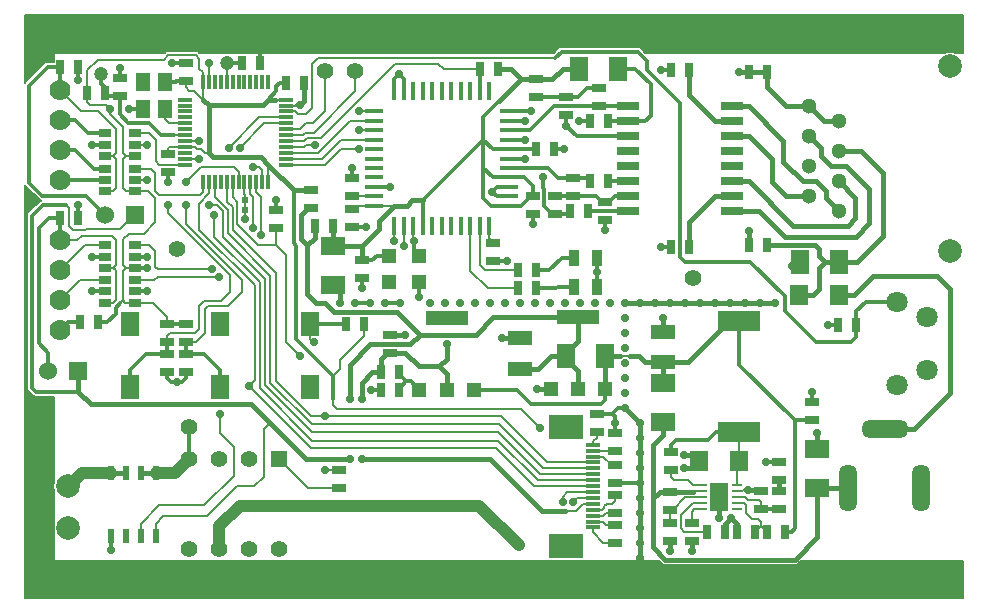
<source format=gtl>
G04 (created by PCBNEW (2013-mar-13)-stable) date Mon 23 Mar 2015 11:07:48 AM CET*
%MOIN*%
G04 Gerber Fmt 3.4, Leading zero omitted, Abs format*
%FSLAX34Y34*%
G01*
G70*
G90*
G04 APERTURE LIST*
%ADD10C,0.005906*%
%ADD11R,0.074800X0.031500*%
%ADD12R,0.025000X0.045000*%
%ADD13R,0.060000X0.016000*%
%ADD14R,0.016000X0.060000*%
%ADD15R,0.045000X0.025000*%
%ADD16R,0.060000X0.080000*%
%ADD17R,0.080000X0.060000*%
%ADD18R,0.035000X0.055000*%
%ADD19R,0.048800X0.050800*%
%ADD20O,0.157480X0.060000*%
%ADD21O,0.060000X0.157480*%
%ADD22R,0.140200X0.070100*%
%ADD23R,0.059843X0.070866*%
%ADD24R,0.078700X0.047200*%
%ADD25C,0.070000*%
%ADD26R,0.047200X0.011800*%
%ADD27R,0.011800X0.047200*%
%ADD28R,0.064961X0.094488*%
%ADD29R,0.033465X0.011024*%
%ADD30R,0.118110X0.078740*%
%ADD31R,0.049213X0.011811*%
%ADD32R,0.047200X0.047200*%
%ADD33R,0.141700X0.047200*%
%ADD34R,0.051181X0.059055*%
%ADD35R,0.039400X0.027600*%
%ADD36R,0.023600X0.019700*%
%ADD37C,0.047200*%
%ADD38R,0.059055X0.078740*%
%ADD39C,0.055100*%
%ADD40R,0.060000X0.060000*%
%ADD41C,0.060000*%
%ADD42C,0.051181*%
%ADD43C,0.078740*%
%ADD44C,0.070866*%
%ADD45R,0.020000X0.045000*%
%ADD46R,0.055000X0.055000*%
%ADD47C,0.055000*%
%ADD48C,0.028000*%
%ADD49C,0.008000*%
%ADD50C,0.012000*%
%ADD51C,0.016000*%
%ADD52C,0.040000*%
%ADD53C,0.006000*%
G04 APERTURE END LIST*
G54D10*
G54D11*
X59616Y-34180D03*
X59616Y-34680D03*
X59616Y-35180D03*
X59616Y-33680D03*
X59616Y-35680D03*
X59616Y-33180D03*
X59616Y-32680D03*
X59616Y-36180D03*
X63064Y-32680D03*
X63064Y-36180D03*
X63064Y-35680D03*
X63064Y-35180D03*
X63064Y-34680D03*
X63064Y-34180D03*
X63064Y-33680D03*
X63064Y-33180D03*
G54D12*
X61040Y-37380D03*
X61640Y-37380D03*
X61640Y-31480D03*
X61040Y-31480D03*
X63640Y-37305D03*
X64240Y-37305D03*
X63640Y-31550D03*
X64240Y-31550D03*
G54D13*
X51140Y-34430D03*
X51140Y-34745D03*
X51140Y-35060D03*
X51140Y-35375D03*
X51140Y-35690D03*
X51140Y-36005D03*
X51140Y-34115D03*
X51140Y-33800D03*
X51140Y-33485D03*
X51140Y-33170D03*
X51140Y-32855D03*
X55640Y-34430D03*
X55640Y-34745D03*
X55640Y-35060D03*
X55640Y-35375D03*
X55640Y-35690D03*
X55640Y-36005D03*
X55640Y-34115D03*
X55640Y-33800D03*
X55640Y-33485D03*
X55640Y-33170D03*
X55640Y-32855D03*
G54D14*
X53390Y-36680D03*
X53390Y-32180D03*
X53705Y-36680D03*
X53705Y-32180D03*
X54020Y-32180D03*
X54020Y-36680D03*
X54335Y-36680D03*
X54335Y-32180D03*
X54650Y-32180D03*
X54650Y-36680D03*
X54965Y-36680D03*
X54965Y-32180D03*
X53075Y-32180D03*
X53075Y-36680D03*
X52760Y-36680D03*
X52760Y-32180D03*
X52445Y-32180D03*
X52445Y-36680D03*
X52130Y-36680D03*
X52130Y-32180D03*
X51815Y-32180D03*
X51815Y-36680D03*
G54D12*
X58320Y-35180D03*
X58920Y-35180D03*
X57660Y-36180D03*
X58260Y-36180D03*
G54D15*
X50410Y-35690D03*
X50410Y-35090D03*
X58820Y-35880D03*
X58820Y-36480D03*
G54D12*
X58920Y-33180D03*
X58320Y-33180D03*
G54D15*
X58620Y-32690D03*
X58620Y-32090D03*
X57540Y-32390D03*
X57540Y-32990D03*
X55110Y-37240D03*
X55110Y-37840D03*
X57760Y-35690D03*
X57760Y-35090D03*
X57160Y-36280D03*
X57160Y-35680D03*
G54D16*
X57970Y-31430D03*
X59270Y-31430D03*
G54D15*
X56540Y-32390D03*
X56540Y-31790D03*
X50410Y-36100D03*
X50410Y-36700D03*
G54D12*
X56520Y-34120D03*
X57120Y-34120D03*
G54D15*
X56420Y-35680D03*
X56420Y-36280D03*
G54D17*
X49750Y-37350D03*
X49750Y-38650D03*
G54D12*
X55250Y-31460D03*
X54650Y-31460D03*
G54D15*
X50720Y-37810D03*
X50720Y-38410D03*
G54D18*
X57815Y-38710D03*
X58565Y-38710D03*
X57815Y-37730D03*
X58565Y-37730D03*
G54D12*
X49150Y-36670D03*
X49750Y-36670D03*
X55940Y-38160D03*
X56540Y-38160D03*
X56540Y-38760D03*
X55940Y-38760D03*
G54D19*
X51630Y-38553D03*
X52630Y-38553D03*
X52630Y-37667D03*
X51630Y-37667D03*
G54D20*
X68154Y-43446D03*
G54D21*
X66934Y-45415D03*
X69375Y-45415D03*
G54D22*
X63315Y-43555D03*
X63315Y-39855D03*
G54D23*
X66644Y-38990D03*
X65305Y-38990D03*
G54D16*
X66625Y-37890D03*
X65325Y-37890D03*
G54D23*
X63314Y-44525D03*
X61975Y-44525D03*
G54D17*
X65910Y-45420D03*
X65910Y-44120D03*
G54D24*
X60750Y-41222D03*
X60750Y-40198D03*
G54D15*
X64630Y-46120D03*
X64630Y-45520D03*
X64030Y-46120D03*
X64030Y-45520D03*
X60990Y-45530D03*
X60990Y-46130D03*
X60990Y-46570D03*
X60990Y-47170D03*
G54D12*
X62230Y-46870D03*
X62830Y-46870D03*
G54D15*
X61030Y-44820D03*
X61030Y-44220D03*
X65730Y-43150D03*
X65730Y-42550D03*
G54D24*
X56010Y-41432D03*
X56010Y-40408D03*
G54D25*
X40675Y-35155D03*
X40675Y-34155D03*
X40675Y-33155D03*
X40675Y-32155D03*
G54D26*
X44847Y-32467D03*
X44847Y-32664D03*
X44847Y-32861D03*
X44847Y-33058D03*
X44847Y-33255D03*
X44847Y-33452D03*
X44847Y-33648D03*
X44847Y-33845D03*
X44847Y-34042D03*
X44847Y-34239D03*
X44847Y-34436D03*
X44847Y-34633D03*
G54D27*
X45437Y-35223D03*
X45634Y-35223D03*
X45831Y-35223D03*
X46028Y-35223D03*
X46225Y-35223D03*
X46422Y-35223D03*
X46618Y-35223D03*
X46815Y-35223D03*
X47012Y-35223D03*
X47209Y-35223D03*
X47406Y-35223D03*
X47603Y-35223D03*
G54D26*
X48193Y-34633D03*
X48193Y-34436D03*
X48193Y-34239D03*
X48193Y-34042D03*
X48193Y-33845D03*
X48193Y-33648D03*
X48193Y-33452D03*
X48193Y-33255D03*
X48193Y-33058D03*
X48193Y-32861D03*
X48193Y-32664D03*
X48193Y-32467D03*
G54D27*
X47603Y-31877D03*
X47406Y-31877D03*
X47209Y-31877D03*
X47012Y-31877D03*
X46815Y-31877D03*
X46618Y-31877D03*
X46422Y-31877D03*
X46225Y-31877D03*
X46028Y-31877D03*
X45831Y-31877D03*
X45634Y-31877D03*
X45437Y-31877D03*
G54D15*
X49030Y-36080D03*
X49030Y-35480D03*
G54D28*
X62640Y-45720D03*
G54D29*
X62059Y-45326D03*
X62059Y-45523D03*
X62059Y-45720D03*
X62059Y-45916D03*
X62059Y-46113D03*
X63220Y-46113D03*
X63220Y-45916D03*
X63220Y-45720D03*
X63220Y-45523D03*
X63220Y-45326D03*
G54D12*
X64830Y-46870D03*
X64230Y-46870D03*
G54D15*
X61730Y-46570D03*
X61730Y-47170D03*
G54D12*
X63830Y-46870D03*
X63230Y-46870D03*
G54D15*
X64630Y-45130D03*
X64630Y-44530D03*
G54D17*
X60750Y-43200D03*
X60750Y-41900D03*
G54D30*
X57520Y-43365D03*
X57520Y-47334D03*
G54D31*
X58435Y-46727D03*
X58435Y-46531D03*
X58435Y-46334D03*
X58435Y-46137D03*
X58435Y-45940D03*
X58435Y-45743D03*
X58435Y-45546D03*
X58435Y-45350D03*
X58435Y-45153D03*
X58435Y-44956D03*
X58435Y-44759D03*
X58435Y-44562D03*
X58435Y-44365D03*
X58435Y-44168D03*
X58435Y-43972D03*
G54D15*
X58550Y-43540D03*
X58550Y-42940D03*
X59150Y-46230D03*
X59150Y-45630D03*
X59150Y-47230D03*
X59150Y-46630D03*
X59150Y-44170D03*
X59150Y-43570D03*
X59150Y-44640D03*
X59150Y-45240D03*
G54D16*
X58840Y-41000D03*
X57540Y-41000D03*
G54D32*
X57940Y-42121D03*
X57034Y-42121D03*
X58846Y-42121D03*
G54D33*
X57940Y-39719D03*
G54D15*
X42650Y-32340D03*
X42650Y-31740D03*
G54D12*
X41570Y-32240D03*
X42170Y-32240D03*
X46720Y-31250D03*
X47320Y-31250D03*
G54D34*
X43445Y-31867D03*
X43445Y-32772D03*
X44174Y-32772D03*
X44174Y-31867D03*
G54D35*
X42150Y-34345D03*
X42150Y-33970D03*
X42150Y-33595D03*
X43150Y-33595D03*
X43150Y-33970D03*
X43150Y-34345D03*
X42150Y-35525D03*
X42150Y-35150D03*
X42150Y-34775D03*
X43150Y-34775D03*
X43150Y-35150D03*
X43150Y-35525D03*
G54D15*
X44250Y-34280D03*
X44250Y-34880D03*
G54D12*
X40680Y-31370D03*
X41280Y-31370D03*
G54D36*
X46820Y-35823D03*
X46820Y-36137D03*
G54D37*
X46230Y-31250D03*
X42040Y-31600D03*
G54D15*
X44850Y-31850D03*
X44850Y-31250D03*
G54D38*
X43000Y-39937D03*
X43000Y-42062D03*
X46000Y-39937D03*
X46000Y-42062D03*
X49000Y-42062D03*
X49000Y-39937D03*
G54D39*
X50500Y-31500D03*
X49500Y-31500D03*
G54D25*
X40675Y-40155D03*
X40675Y-39155D03*
X40675Y-38155D03*
X40675Y-37155D03*
G54D35*
X42150Y-38075D03*
X42150Y-37700D03*
X42150Y-37325D03*
X43150Y-37325D03*
X43150Y-37700D03*
X43150Y-38075D03*
X42150Y-39235D03*
X42150Y-38860D03*
X42150Y-38485D03*
X43150Y-38485D03*
X43150Y-38860D03*
X43150Y-39235D03*
G54D12*
X40680Y-36410D03*
X41280Y-36410D03*
G54D15*
X51670Y-40910D03*
X51670Y-40310D03*
G54D12*
X51360Y-41560D03*
X51960Y-41560D03*
X51960Y-42160D03*
X51360Y-42160D03*
G54D32*
X53550Y-42161D03*
X52644Y-42161D03*
X54456Y-42161D03*
G54D33*
X53550Y-39759D03*
G54D12*
X48200Y-31910D03*
X48800Y-31910D03*
X41940Y-39890D03*
X41340Y-39890D03*
G54D39*
X61760Y-38400D03*
X44550Y-37450D03*
G54D15*
X44240Y-39940D03*
X44240Y-40540D03*
X44860Y-39940D03*
X44860Y-40540D03*
G54D12*
X50800Y-39940D03*
X50200Y-39940D03*
G54D40*
X43150Y-36300D03*
G54D41*
X42150Y-36300D03*
G54D40*
X41280Y-41510D03*
G54D41*
X40280Y-41510D03*
G54D42*
X66630Y-34180D03*
X65630Y-34680D03*
X65630Y-33680D03*
X66630Y-33180D03*
X65630Y-32680D03*
X66630Y-35180D03*
X65630Y-35680D03*
X66630Y-36180D03*
G54D43*
X70330Y-37500D03*
X70330Y-31359D03*
G54D15*
X44240Y-40940D03*
X44240Y-41540D03*
X44860Y-40940D03*
X44860Y-41540D03*
X47860Y-36740D03*
X47860Y-36140D03*
G54D44*
X69550Y-41475D03*
X69550Y-39704D03*
X68565Y-41967D03*
X68565Y-39212D03*
G54D12*
X67210Y-39990D03*
X66610Y-39990D03*
G54D43*
X40940Y-45361D03*
X40940Y-46738D03*
G54D45*
X43850Y-47000D03*
X43850Y-44900D03*
X43350Y-47000D03*
X42850Y-47000D03*
X42350Y-47000D03*
X43350Y-44900D03*
X42850Y-44900D03*
X42350Y-44900D03*
G54D15*
X49950Y-44810D03*
X49950Y-45410D03*
G54D39*
X44960Y-43390D03*
G54D46*
X47960Y-44450D03*
G54D47*
X46960Y-44450D03*
X45960Y-44450D03*
X44960Y-44450D03*
X44960Y-47450D03*
X45960Y-47450D03*
X46960Y-47450D03*
X47960Y-47450D03*
G54D48*
X50320Y-42460D03*
X50320Y-44430D03*
X56660Y-43400D03*
X57420Y-45880D03*
X41740Y-37700D03*
X43560Y-38070D03*
X42340Y-32770D03*
X41740Y-33970D03*
X55960Y-47320D03*
X55480Y-46840D03*
X55720Y-47080D03*
X55240Y-46600D03*
X46290Y-34070D03*
X45620Y-35990D03*
X46670Y-34070D03*
X45810Y-36310D03*
X39590Y-35830D03*
X42350Y-47470D03*
X41280Y-35970D03*
X46820Y-36440D03*
X47860Y-35800D03*
X46000Y-39937D03*
X49000Y-42062D03*
X65080Y-38020D03*
X66280Y-39990D03*
X43000Y-39937D03*
X44550Y-41870D03*
X62000Y-39250D03*
X52170Y-40310D03*
X51020Y-42160D03*
X47110Y-34710D03*
X43560Y-37700D03*
X41740Y-38860D03*
X43560Y-38860D03*
X41280Y-31810D03*
X60000Y-45750D03*
X57780Y-45880D03*
X59150Y-43230D03*
X60000Y-45250D03*
X60000Y-44750D03*
X60000Y-43250D03*
X60000Y-44250D03*
X60000Y-43750D03*
X48650Y-32660D03*
X53500Y-39250D03*
X53000Y-39250D03*
X54000Y-39250D03*
X54500Y-39250D03*
X55000Y-39250D03*
X55500Y-39250D03*
X56000Y-39250D03*
X56500Y-39250D03*
X57000Y-39250D03*
X57500Y-39250D03*
X58000Y-39250D03*
X58500Y-39250D03*
X59000Y-39250D03*
X50000Y-39250D03*
X50500Y-39250D03*
X51000Y-39250D03*
X51500Y-39250D03*
X52000Y-39250D03*
X63000Y-39250D03*
X63500Y-39250D03*
X64000Y-39250D03*
X64500Y-39250D03*
X61500Y-39250D03*
X62500Y-39250D03*
X59500Y-39250D03*
X60500Y-39250D03*
X60000Y-39250D03*
X44410Y-31250D03*
X45630Y-31250D03*
X44250Y-35220D03*
X43560Y-35150D03*
X45300Y-33840D03*
X43560Y-33970D03*
X42970Y-32770D03*
X42650Y-31400D03*
X59500Y-42250D03*
X59500Y-42750D03*
X60000Y-47750D03*
X60000Y-47250D03*
X60000Y-46750D03*
X60000Y-46250D03*
X59500Y-41750D03*
X59500Y-41250D03*
X59500Y-40750D03*
X59500Y-40250D03*
X59500Y-39750D03*
X55400Y-40410D03*
X56580Y-42120D03*
X60750Y-39750D03*
X64200Y-44530D03*
X65730Y-42220D03*
X70500Y-48500D03*
X60500Y-48500D03*
X61500Y-48500D03*
X62500Y-48500D03*
X63500Y-48500D03*
X64500Y-48500D03*
X65500Y-48500D03*
X66500Y-48500D03*
X67500Y-48500D03*
X68500Y-48500D03*
X69500Y-48500D03*
X44750Y-30250D03*
X43750Y-30250D03*
X42750Y-30250D03*
X41750Y-30250D03*
X40750Y-30250D03*
X39750Y-30250D03*
X59500Y-48500D03*
X58500Y-48500D03*
X57500Y-48500D03*
X56500Y-48500D03*
X55500Y-48500D03*
X39750Y-48500D03*
X40750Y-48500D03*
X41750Y-48500D03*
X42750Y-48500D03*
X43750Y-48500D03*
X44750Y-48500D03*
X45750Y-48500D03*
X46750Y-48500D03*
X47750Y-48500D03*
X48750Y-48500D03*
X49750Y-48500D03*
X50750Y-48500D03*
X51750Y-48500D03*
X52750Y-48500D03*
X53750Y-48500D03*
X54750Y-48500D03*
X53750Y-30250D03*
X52750Y-30250D03*
X51750Y-30250D03*
X50750Y-30250D03*
X49750Y-30250D03*
X48750Y-30250D03*
X47750Y-30250D03*
X45750Y-30250D03*
X46750Y-30250D03*
X55500Y-30250D03*
X56500Y-30250D03*
X57500Y-30250D03*
X58500Y-30250D03*
X59500Y-30250D03*
X60500Y-30250D03*
X54750Y-30250D03*
X63600Y-45480D03*
X65910Y-43590D03*
X63030Y-46420D03*
X62640Y-46420D03*
X60990Y-47500D03*
X61730Y-47500D03*
X61470Y-44310D03*
X61470Y-44740D03*
X62640Y-45720D03*
X61000Y-39250D03*
X63640Y-36860D03*
X50720Y-38750D03*
X51810Y-37190D03*
X58570Y-38220D03*
X50850Y-36700D03*
X52630Y-39030D03*
X51660Y-35370D03*
X50410Y-34750D03*
X55550Y-37840D03*
X51970Y-31620D03*
X63300Y-31550D03*
X69500Y-30250D03*
X70500Y-30250D03*
X61500Y-30250D03*
X62500Y-30250D03*
X63500Y-30250D03*
X64500Y-30250D03*
X65500Y-30250D03*
X66500Y-30250D03*
X67500Y-30250D03*
X68500Y-30250D03*
X55080Y-35530D03*
X56420Y-36620D03*
X56150Y-33800D03*
X57460Y-34120D03*
X56370Y-32860D03*
X60700Y-31480D03*
X60700Y-37380D03*
X57980Y-33180D03*
X58820Y-36820D03*
X52450Y-37190D03*
X52130Y-37350D03*
X57540Y-33330D03*
X56150Y-33170D03*
X56150Y-34430D03*
X56760Y-35040D03*
X53550Y-39759D03*
X53550Y-40600D03*
X50720Y-44430D03*
X50720Y-42460D03*
X45990Y-42960D03*
X46950Y-42000D03*
X49510Y-43020D03*
X49510Y-44810D03*
X50620Y-33480D03*
X49160Y-33990D03*
X50620Y-32850D03*
X50620Y-34120D03*
X44250Y-35990D03*
X45300Y-34440D03*
X44850Y-35990D03*
X44850Y-35220D03*
X48670Y-41000D03*
X49120Y-40550D03*
X47370Y-36990D03*
X45980Y-38380D03*
X47110Y-36730D03*
X45720Y-38120D03*
G54D49*
X43850Y-47000D02*
X43850Y-46600D01*
X47460Y-43460D02*
X47670Y-43250D01*
X47460Y-45030D02*
X47460Y-43460D01*
X47130Y-45360D02*
X47460Y-45030D01*
X46580Y-45360D02*
X47130Y-45360D01*
X45580Y-46360D02*
X46580Y-45360D01*
X44090Y-46360D02*
X45580Y-46360D01*
X43850Y-46600D02*
X44090Y-46360D01*
G54D50*
X40100Y-35970D02*
X40860Y-35970D01*
X39730Y-42080D02*
X39730Y-36340D01*
G54D49*
X40980Y-36090D02*
X40860Y-35970D01*
X40980Y-36690D02*
X40980Y-36090D01*
X41110Y-36820D02*
X40980Y-36690D01*
X41510Y-36820D02*
X41110Y-36820D01*
X41560Y-36770D02*
X41510Y-36820D01*
X42680Y-36770D02*
X41560Y-36770D01*
X43150Y-36300D02*
X42680Y-36770D01*
G54D50*
X39860Y-42210D02*
X39730Y-42080D01*
X39860Y-42210D02*
X41280Y-42210D01*
X39730Y-36340D02*
X40100Y-35970D01*
G54D51*
X41280Y-41510D02*
X41280Y-42210D01*
X41280Y-42210D02*
X41690Y-42620D01*
X50320Y-42460D02*
X50320Y-41300D01*
X41690Y-42620D02*
X47040Y-42620D01*
X47040Y-42620D02*
X47670Y-43250D01*
X47670Y-43250D02*
X48850Y-44430D01*
X50320Y-44430D02*
X48850Y-44430D01*
X52340Y-40610D02*
X52650Y-40300D01*
X51010Y-40610D02*
X52340Y-40610D01*
X50320Y-41300D02*
X51010Y-40610D01*
X49030Y-36080D02*
X48930Y-36080D01*
X48690Y-36320D02*
X48690Y-37110D01*
X48930Y-36080D02*
X48690Y-36320D01*
X49510Y-39250D02*
X49200Y-39250D01*
X49810Y-39550D02*
X49510Y-39250D01*
X57940Y-39719D02*
X55101Y-39719D01*
X52650Y-40300D02*
X51900Y-39550D01*
X54520Y-40300D02*
X52650Y-40300D01*
X55101Y-39719D02*
X54520Y-40300D01*
X51900Y-39550D02*
X49810Y-39550D01*
X48900Y-38950D02*
X48900Y-37320D01*
X49200Y-39250D02*
X48900Y-38950D01*
X49150Y-36670D02*
X49150Y-37070D01*
X49150Y-37070D02*
X48900Y-37320D01*
X48900Y-37320D02*
X48690Y-37110D01*
X56010Y-41432D02*
X56588Y-41432D01*
X57020Y-41000D02*
X57540Y-41000D01*
X56588Y-41432D02*
X57020Y-41000D01*
X57940Y-39719D02*
X57940Y-40500D01*
X57540Y-40900D02*
X57540Y-41000D01*
X57940Y-40500D02*
X57540Y-40900D01*
X57940Y-42121D02*
X57940Y-41500D01*
X57540Y-41100D02*
X57540Y-41000D01*
X57940Y-41500D02*
X57540Y-41100D01*
G54D50*
X54456Y-42161D02*
X55911Y-42161D01*
X58846Y-42464D02*
X58846Y-42121D01*
X58710Y-42600D02*
X58846Y-42464D01*
X56350Y-42600D02*
X58710Y-42600D01*
X55911Y-42161D02*
X56350Y-42600D01*
G54D51*
X58846Y-42121D02*
X58846Y-41006D01*
X58846Y-41006D02*
X58840Y-41000D01*
G54D49*
X59330Y-41000D02*
X59670Y-41000D01*
G54D51*
X60750Y-41222D02*
X60182Y-41222D01*
X59960Y-41000D02*
X59670Y-41000D01*
X60182Y-41222D02*
X59960Y-41000D01*
X59330Y-41000D02*
X58840Y-41000D01*
X60750Y-41900D02*
X60750Y-41222D01*
X63315Y-39855D02*
X62965Y-39855D01*
X61598Y-41222D02*
X60750Y-41222D01*
X62965Y-39855D02*
X61598Y-41222D01*
G54D50*
X63315Y-39855D02*
X63315Y-41305D01*
X63315Y-41305D02*
X65160Y-43150D01*
X65730Y-43150D02*
X65160Y-43150D01*
X65050Y-46870D02*
X65160Y-46760D01*
X65050Y-46870D02*
X64830Y-46870D01*
X65160Y-43150D02*
X65160Y-46760D01*
G54D49*
X43150Y-39235D02*
X43775Y-39235D01*
X44240Y-39700D02*
X44240Y-39940D01*
X43775Y-39235D02*
X44240Y-39700D01*
X43150Y-35525D02*
X43605Y-35525D01*
X42950Y-36930D02*
X42770Y-37110D01*
X43450Y-36930D02*
X42950Y-36930D01*
X43820Y-36560D02*
X43450Y-36930D01*
X43820Y-35740D02*
X43820Y-36560D01*
X43605Y-35525D02*
X43820Y-35740D01*
X50800Y-39940D02*
X50800Y-40330D01*
X50000Y-41440D02*
X49760Y-41680D01*
X50000Y-41130D02*
X50000Y-41440D01*
X50800Y-40330D02*
X50000Y-41130D01*
G54D50*
X48540Y-40460D02*
X49760Y-41680D01*
G54D49*
X49910Y-42780D02*
X56040Y-42780D01*
X56040Y-42780D02*
X56660Y-43400D01*
X58435Y-45546D02*
X57573Y-45546D01*
X57420Y-45880D02*
X57420Y-45700D01*
X57573Y-45546D02*
X57420Y-45700D01*
X49760Y-42630D02*
X49910Y-42780D01*
G54D50*
X48540Y-37340D02*
X48540Y-40460D01*
X48540Y-37340D02*
X48450Y-37250D01*
X48450Y-37250D02*
X48450Y-35480D01*
X49760Y-41680D02*
X49760Y-42460D01*
G54D49*
X49760Y-42460D02*
X49760Y-42630D01*
G54D50*
X44240Y-39940D02*
X44860Y-39940D01*
X42520Y-39410D02*
X42520Y-39610D01*
X42520Y-39410D02*
X42670Y-39260D01*
G54D49*
X42770Y-39160D02*
X42670Y-39260D01*
G54D50*
X42520Y-39610D02*
X42240Y-39890D01*
X41940Y-39890D02*
X42240Y-39890D01*
X48200Y-31910D02*
X47990Y-31910D01*
X47880Y-32190D02*
X47603Y-32467D01*
X47880Y-32020D02*
X47880Y-32190D01*
X47990Y-31910D02*
X47880Y-32020D01*
G54D49*
X44250Y-34280D02*
X44250Y-34100D01*
X44308Y-34042D02*
X44250Y-34100D01*
X44308Y-34042D02*
X44847Y-34042D01*
G54D50*
X43560Y-38070D02*
X43420Y-38070D01*
X42150Y-37700D02*
X41740Y-37700D01*
X43415Y-38075D02*
X43150Y-38075D01*
X43420Y-38070D02*
X43415Y-38075D01*
G54D49*
X42865Y-38075D02*
X42770Y-38170D01*
X42845Y-39235D02*
X43150Y-39235D01*
X42770Y-39160D02*
X42845Y-39235D01*
X42770Y-38170D02*
X42770Y-39160D01*
X42865Y-38075D02*
X43150Y-38075D01*
X42770Y-37980D02*
X42865Y-38075D01*
X42770Y-37110D02*
X42770Y-37980D01*
X45240Y-34120D02*
X45380Y-34120D01*
X45240Y-34120D02*
X45162Y-34042D01*
X44847Y-34042D02*
X45162Y-34042D01*
X45490Y-34230D02*
X45620Y-34230D01*
X45380Y-34120D02*
X45490Y-34230D01*
G54D51*
X45620Y-32650D02*
X47420Y-32650D01*
X47360Y-34390D02*
X45780Y-34390D01*
X45780Y-34390D02*
X45620Y-34230D01*
X47603Y-34633D02*
X47360Y-34390D01*
X45620Y-32650D02*
X45437Y-32467D01*
X45620Y-34230D02*
X45620Y-32650D01*
X47603Y-34633D02*
X48450Y-35480D01*
X48450Y-35480D02*
X49030Y-35480D01*
G54D49*
X48193Y-32467D02*
X47827Y-32467D01*
G54D51*
X47603Y-32467D02*
X47827Y-32467D01*
X47603Y-32467D02*
X47420Y-32650D01*
G54D49*
X47603Y-35223D02*
X47603Y-34633D01*
X44850Y-31850D02*
X44850Y-32060D01*
X44850Y-32060D02*
X44960Y-32170D01*
X44960Y-32170D02*
X45140Y-32170D01*
X45140Y-32170D02*
X45437Y-32467D01*
X45437Y-31877D02*
X45437Y-31557D01*
X44120Y-31140D02*
X41920Y-31140D01*
X44270Y-30990D02*
X44120Y-31140D01*
X45200Y-30990D02*
X44270Y-30990D01*
X45310Y-31100D02*
X45200Y-30990D01*
X45310Y-31430D02*
X45310Y-31100D01*
X45437Y-31557D02*
X45310Y-31430D01*
G54D50*
X44174Y-31867D02*
X44522Y-31867D01*
X44540Y-31850D02*
X44850Y-31850D01*
X44522Y-31867D02*
X44540Y-31850D01*
G54D49*
X41570Y-31490D02*
X41920Y-31140D01*
X41570Y-32240D02*
X41570Y-31490D01*
X45437Y-31877D02*
X45437Y-32467D01*
X41570Y-32240D02*
X41570Y-32540D01*
X41570Y-32540D02*
X41670Y-32640D01*
X42770Y-33390D02*
X42340Y-32960D01*
X42855Y-34345D02*
X42770Y-34260D01*
X42770Y-34260D02*
X42770Y-33390D01*
X42340Y-32960D02*
X42340Y-32770D01*
X41670Y-32640D02*
X42210Y-32640D01*
X42210Y-32640D02*
X42340Y-32770D01*
G54D50*
X41740Y-33970D02*
X42150Y-33970D01*
G54D49*
X43150Y-34345D02*
X42855Y-34345D01*
X42875Y-35525D02*
X42770Y-35420D01*
X42770Y-35420D02*
X42770Y-34430D01*
X42875Y-35525D02*
X43150Y-35525D01*
X42855Y-34345D02*
X42770Y-34430D01*
G54D51*
X55250Y-31460D02*
X55700Y-31460D01*
X55700Y-31460D02*
X56030Y-31790D01*
X55300Y-32520D02*
X56030Y-31790D01*
G54D50*
X54780Y-33040D02*
X55300Y-32520D01*
X54780Y-33800D02*
X54780Y-33040D01*
G54D51*
X56030Y-31790D02*
X56540Y-31790D01*
X49750Y-37350D02*
X49750Y-36670D01*
X52760Y-35820D02*
X52410Y-35820D01*
X52225Y-36005D02*
X51815Y-36005D01*
X52225Y-36005D02*
X52410Y-35820D01*
G54D49*
X51140Y-36005D02*
X51790Y-36005D01*
X51790Y-36005D02*
X51815Y-36005D01*
G54D51*
X51305Y-36515D02*
X51815Y-36005D01*
X51305Y-36515D02*
X51305Y-36765D01*
X51305Y-36765D02*
X50720Y-37350D01*
X50720Y-37810D02*
X50720Y-37350D01*
X50720Y-37350D02*
X49750Y-37350D01*
G54D50*
X51630Y-37667D02*
X51223Y-37667D01*
X51080Y-37810D02*
X50720Y-37810D01*
X51223Y-37667D02*
X51080Y-37810D01*
G54D49*
X51140Y-36005D02*
X50745Y-36005D01*
X50490Y-36020D02*
X50410Y-36100D01*
X50730Y-36020D02*
X50490Y-36020D01*
X50745Y-36005D02*
X50730Y-36020D01*
G54D50*
X52760Y-36680D02*
X52760Y-35820D01*
X52760Y-35820D02*
X54780Y-33800D01*
X54780Y-33800D02*
X55090Y-34110D01*
X55215Y-34115D02*
X55640Y-34115D01*
X55210Y-34110D02*
X55090Y-34110D01*
X55215Y-34115D02*
X55210Y-34110D01*
X54780Y-34750D02*
X54780Y-35750D01*
X55030Y-36000D02*
X55210Y-36000D01*
X54780Y-35750D02*
X55030Y-36000D01*
X55215Y-36005D02*
X55640Y-36005D01*
X55210Y-36000D02*
X55215Y-36005D01*
X55640Y-35060D02*
X55090Y-35060D01*
X55090Y-35060D02*
X54780Y-34750D01*
X54780Y-34750D02*
X54780Y-33800D01*
G54D51*
X56540Y-31790D02*
X57060Y-31790D01*
X57060Y-31790D02*
X57420Y-31430D01*
X57970Y-31430D02*
X57420Y-31430D01*
G54D50*
X55640Y-36005D02*
X56025Y-36005D01*
X56025Y-36005D02*
X56350Y-35680D01*
X56350Y-35680D02*
X56420Y-35680D01*
X56520Y-34120D02*
X56160Y-34120D01*
X56160Y-34120D02*
X56155Y-34115D01*
X56155Y-34115D02*
X55640Y-34115D01*
X55640Y-35060D02*
X56130Y-35060D01*
X56130Y-35060D02*
X56420Y-35350D01*
X56420Y-35350D02*
X56420Y-35680D01*
G54D52*
X54640Y-46000D02*
X46650Y-46000D01*
X55960Y-47320D02*
X54640Y-46000D01*
X45960Y-46690D02*
X45960Y-47450D01*
X46650Y-46000D02*
X45960Y-46690D01*
G54D51*
X60990Y-45530D02*
X60660Y-45530D01*
X60660Y-45530D02*
X60430Y-45760D01*
X60840Y-47800D02*
X60430Y-47390D01*
X60430Y-45760D02*
X60430Y-47390D01*
X65910Y-47040D02*
X65150Y-47800D01*
X65150Y-47800D02*
X60840Y-47800D01*
X65910Y-45420D02*
X65910Y-47040D01*
X60750Y-43660D02*
X60750Y-43200D01*
X60750Y-43660D02*
X60430Y-43980D01*
X60430Y-43980D02*
X60430Y-45760D01*
G54D49*
X62059Y-45523D02*
X61776Y-45523D01*
G54D51*
X61770Y-45530D02*
X60990Y-45530D01*
G54D49*
X61776Y-45523D02*
X61770Y-45530D01*
G54D51*
X60890Y-45530D02*
X60990Y-45530D01*
X66934Y-45415D02*
X66475Y-45415D01*
X66470Y-45420D02*
X65910Y-45420D01*
X66475Y-45415D02*
X66470Y-45420D01*
X65305Y-38990D02*
X65750Y-38990D01*
X65975Y-38090D02*
X66175Y-37890D01*
X65975Y-38765D02*
X65975Y-38090D01*
X65750Y-38990D02*
X65975Y-38765D01*
X64240Y-37305D02*
X65820Y-37305D01*
X65975Y-37460D02*
X65820Y-37305D01*
X66175Y-37890D02*
X66625Y-37890D01*
X66175Y-37890D02*
X65975Y-37690D01*
X65975Y-37690D02*
X65975Y-37460D01*
X68110Y-34910D02*
X68110Y-37025D01*
X66630Y-34180D02*
X67380Y-34180D01*
X67380Y-34180D02*
X68110Y-34910D01*
X67245Y-37890D02*
X66625Y-37890D01*
X68110Y-37025D02*
X67245Y-37890D01*
G54D50*
X42150Y-36300D02*
X41530Y-35680D01*
X40070Y-35680D02*
X39630Y-35240D01*
X41530Y-35680D02*
X40070Y-35680D01*
X40260Y-31370D02*
X40680Y-31370D01*
X39630Y-32000D02*
X40260Y-31370D01*
X39630Y-35240D02*
X39630Y-32000D01*
X40675Y-32155D02*
X40675Y-31715D01*
X40680Y-31710D02*
X40680Y-31370D01*
X40675Y-31715D02*
X40680Y-31710D01*
G54D49*
X42530Y-34260D02*
X42530Y-33440D01*
X42445Y-34345D02*
X42530Y-34260D01*
X42530Y-33440D02*
X41930Y-32840D01*
X41360Y-32840D02*
X40675Y-32155D01*
X41930Y-32840D02*
X41360Y-32840D01*
X42150Y-34345D02*
X42445Y-34345D01*
X42425Y-35525D02*
X42530Y-35420D01*
X42530Y-35420D02*
X42530Y-34430D01*
X42425Y-35525D02*
X42150Y-35525D01*
X42445Y-34345D02*
X42530Y-34430D01*
G54D50*
X40280Y-41510D02*
X40280Y-40920D01*
X40280Y-40920D02*
X39950Y-40590D01*
G54D49*
X41400Y-37000D02*
X42390Y-37000D01*
X42390Y-37000D02*
X42530Y-37140D01*
G54D50*
X40290Y-36410D02*
X40680Y-36410D01*
X39950Y-36750D02*
X40290Y-36410D01*
X39950Y-40590D02*
X39950Y-36750D01*
G54D49*
X42445Y-38075D02*
X42530Y-38160D01*
X42445Y-39235D02*
X42150Y-39235D01*
X42530Y-39150D02*
X42445Y-39235D01*
X42530Y-38160D02*
X42530Y-39150D01*
X41245Y-37155D02*
X41400Y-37000D01*
X40675Y-37155D02*
X41245Y-37155D01*
X42445Y-38075D02*
X42150Y-38075D01*
X42530Y-37990D02*
X42445Y-38075D01*
X42530Y-37140D02*
X42530Y-37990D01*
G54D50*
X40675Y-37155D02*
X40675Y-36725D01*
X40680Y-36720D02*
X40680Y-36410D01*
X40675Y-36725D02*
X40680Y-36720D01*
X46230Y-31250D02*
X46720Y-31250D01*
G54D49*
X46225Y-31877D02*
X46225Y-31255D01*
X46225Y-31255D02*
X46230Y-31250D01*
X48193Y-33058D02*
X47852Y-33058D01*
X47300Y-33060D02*
X46290Y-34070D01*
X45890Y-35990D02*
X46090Y-36190D01*
X46090Y-36190D02*
X46090Y-37050D01*
X56676Y-44956D02*
X55270Y-43550D01*
X55270Y-43550D02*
X49060Y-43550D01*
X49060Y-43550D02*
X47500Y-41990D01*
X47500Y-41990D02*
X47500Y-38460D01*
X56676Y-44956D02*
X58435Y-44956D01*
X46090Y-37050D02*
X47500Y-38460D01*
X45620Y-35990D02*
X45890Y-35990D01*
X47850Y-33060D02*
X47300Y-33060D01*
X47852Y-33058D02*
X47850Y-33060D01*
X47320Y-42070D02*
X47320Y-38550D01*
X47855Y-33255D02*
X47850Y-33260D01*
X47850Y-33260D02*
X47480Y-33260D01*
X47480Y-33260D02*
X46670Y-34070D01*
X58435Y-45153D02*
X56593Y-45153D01*
X49080Y-43830D02*
X47320Y-42070D01*
X55270Y-43830D02*
X56593Y-45153D01*
X49080Y-43830D02*
X55270Y-43830D01*
X45810Y-36310D02*
X45810Y-37040D01*
X47855Y-33255D02*
X48193Y-33255D01*
X47320Y-38550D02*
X45810Y-37040D01*
X54650Y-31460D02*
X53460Y-31460D01*
X48785Y-33845D02*
X48193Y-33845D01*
X48900Y-33730D02*
X48785Y-33845D01*
X49370Y-33730D02*
X48900Y-33730D01*
X51830Y-31270D02*
X49370Y-33730D01*
X53270Y-31270D02*
X51830Y-31270D01*
X53460Y-31460D02*
X53270Y-31270D01*
G54D50*
X54650Y-32180D02*
X54650Y-31460D01*
X39900Y-35830D02*
X39590Y-35830D01*
X42350Y-47000D02*
X42350Y-47470D01*
X41280Y-36410D02*
X41280Y-35970D01*
X42150Y-35150D02*
X41180Y-35150D01*
X41175Y-35155D02*
X40675Y-35155D01*
X41180Y-35150D02*
X41175Y-35155D01*
G54D49*
X46820Y-36137D02*
X46820Y-36440D01*
G54D50*
X47860Y-36140D02*
X47860Y-35800D01*
X66280Y-39990D02*
X66610Y-39990D01*
X44860Y-41540D02*
X44860Y-41750D01*
X44240Y-41760D02*
X44350Y-41870D01*
X44350Y-41870D02*
X44550Y-41870D01*
X44240Y-41760D02*
X44240Y-41540D01*
X44740Y-41870D02*
X44550Y-41870D01*
X44860Y-41750D02*
X44740Y-41870D01*
X41340Y-39890D02*
X40940Y-39890D01*
X40940Y-39890D02*
X40675Y-40155D01*
G54D51*
X48800Y-31910D02*
X48800Y-32510D01*
X48800Y-32510D02*
X48650Y-32660D01*
X52170Y-40310D02*
X51670Y-40310D01*
G54D50*
X51360Y-42160D02*
X51020Y-42160D01*
G54D53*
X46820Y-36137D02*
X46820Y-35823D01*
G54D49*
X46815Y-35223D02*
X46815Y-35625D01*
X46815Y-35625D02*
X46820Y-35630D01*
X46820Y-35630D02*
X46820Y-35823D01*
G54D50*
X43150Y-37700D02*
X43560Y-37700D01*
X41740Y-38860D02*
X42150Y-38860D01*
X43150Y-38860D02*
X43560Y-38860D01*
X41280Y-31370D02*
X41280Y-31810D01*
G54D49*
X57916Y-45743D02*
X57780Y-45880D01*
X58435Y-45743D02*
X57916Y-45743D01*
G54D50*
X59080Y-42940D02*
X59270Y-42750D01*
X59270Y-42750D02*
X59500Y-42750D01*
X58550Y-42940D02*
X59080Y-42940D01*
X59150Y-43230D02*
X59150Y-43570D01*
X59150Y-43010D02*
X59150Y-43230D01*
X59080Y-42940D02*
X59150Y-43010D01*
X59150Y-45240D02*
X59650Y-45240D01*
G54D51*
X60000Y-43250D02*
X60000Y-43750D01*
X60000Y-44250D02*
X60000Y-44750D01*
X60000Y-44750D02*
X60000Y-45250D01*
X60000Y-43750D02*
X60000Y-44250D01*
X59500Y-42750D02*
X60000Y-43250D01*
G54D50*
X59660Y-45250D02*
X60000Y-45250D01*
X59650Y-45240D02*
X59660Y-45250D01*
G54D49*
X48650Y-32660D02*
X48500Y-32660D01*
X48500Y-32660D02*
X48496Y-32664D01*
X48193Y-32664D02*
X48496Y-32664D01*
G54D51*
X50000Y-39250D02*
X50000Y-38900D01*
G54D50*
X51000Y-39250D02*
X50500Y-39250D01*
X52000Y-39250D02*
X51500Y-39250D01*
G54D51*
X50000Y-38900D02*
X49750Y-38650D01*
X63500Y-39250D02*
X64000Y-39250D01*
X63000Y-39250D02*
X63500Y-39250D01*
X64500Y-39250D02*
X64000Y-39250D01*
X63000Y-39250D02*
X62500Y-39250D01*
X61500Y-39250D02*
X62000Y-39250D01*
X61000Y-39250D02*
X61500Y-39250D01*
X62000Y-39250D02*
X62500Y-39250D01*
X61000Y-39250D02*
X60500Y-39250D01*
X60500Y-39250D02*
X60000Y-39250D01*
X60000Y-39250D02*
X59500Y-39250D01*
G54D49*
X47300Y-34710D02*
X47406Y-34816D01*
X47406Y-34816D02*
X47406Y-35223D01*
X47110Y-34710D02*
X47300Y-34710D01*
G54D50*
X47320Y-31250D02*
X47320Y-30680D01*
X47320Y-30680D02*
X47750Y-30250D01*
X44850Y-31250D02*
X44410Y-31250D01*
G54D49*
X45630Y-31410D02*
X45634Y-31414D01*
X45634Y-31414D02*
X45634Y-31877D01*
X45630Y-31250D02*
X45630Y-31410D01*
G54D50*
X44250Y-34880D02*
X44250Y-35220D01*
G54D49*
X43560Y-35150D02*
X43150Y-35150D01*
X45160Y-33840D02*
X45155Y-33845D01*
X44847Y-33845D02*
X45155Y-33845D01*
X45300Y-33840D02*
X45160Y-33840D01*
X43150Y-33970D02*
X43560Y-33970D01*
G54D50*
X43445Y-32772D02*
X43112Y-32772D01*
X43110Y-32770D02*
X43112Y-32772D01*
X42970Y-32770D02*
X43110Y-32770D01*
X42650Y-31740D02*
X42650Y-31400D01*
G54D51*
X60000Y-47250D02*
X60000Y-47750D01*
X60000Y-45250D02*
X60000Y-45750D01*
X59500Y-48500D02*
X60000Y-48000D01*
X60000Y-46750D02*
X60000Y-47250D01*
X60000Y-45750D02*
X60000Y-46250D01*
X60000Y-47750D02*
X60000Y-48000D01*
X60000Y-46250D02*
X60000Y-46750D01*
X55400Y-40410D02*
X55550Y-40410D01*
X56010Y-40408D02*
X55552Y-40408D01*
X55550Y-40410D02*
X55552Y-40408D01*
X56730Y-42120D02*
X56731Y-42121D01*
X56580Y-42120D02*
X56730Y-42120D01*
X57034Y-42121D02*
X56731Y-42121D01*
X60750Y-40198D02*
X60750Y-39750D01*
G54D50*
X64630Y-44530D02*
X64200Y-44530D01*
G54D51*
X63600Y-45480D02*
X63990Y-45480D01*
X63990Y-45480D02*
X64030Y-45520D01*
G54D50*
X65730Y-42220D02*
X65730Y-42550D01*
G54D53*
X70500Y-48500D02*
X69500Y-48500D01*
X60500Y-48500D02*
X59500Y-48500D01*
X62500Y-48500D02*
X61500Y-48500D01*
X64500Y-48500D02*
X63500Y-48500D01*
X66500Y-48500D02*
X65500Y-48500D01*
X68500Y-48500D02*
X67500Y-48500D01*
G54D50*
X54750Y-30250D02*
X53750Y-30250D01*
X44750Y-30250D02*
X43750Y-30250D01*
X42750Y-30250D02*
X41750Y-30250D01*
X40750Y-30250D02*
X39750Y-30250D01*
G54D53*
X58500Y-48500D02*
X57500Y-48500D01*
X56500Y-48500D02*
X55500Y-48500D01*
G54D50*
X40750Y-48500D02*
X39750Y-48500D01*
X42750Y-48500D02*
X41750Y-48500D01*
X44750Y-48500D02*
X43750Y-48500D01*
X46750Y-48500D02*
X45750Y-48500D01*
X48750Y-48500D02*
X47750Y-48500D01*
X50750Y-48500D02*
X49750Y-48500D01*
X52750Y-48500D02*
X51750Y-48500D01*
X54750Y-48500D02*
X53750Y-48500D01*
X52750Y-30250D02*
X51750Y-30250D01*
X50750Y-30250D02*
X49750Y-30250D01*
X48750Y-30250D02*
X47750Y-30250D01*
X46750Y-30250D02*
X45750Y-30250D01*
G54D51*
X56500Y-30250D02*
X55500Y-30250D01*
X58500Y-30250D02*
X57500Y-30250D01*
X59500Y-30250D02*
X60500Y-30250D01*
G54D49*
X63406Y-45523D02*
X63220Y-45523D01*
X63450Y-45480D02*
X63600Y-45480D01*
X63406Y-45523D02*
X63450Y-45480D01*
G54D51*
X65910Y-44120D02*
X65910Y-43590D01*
X62830Y-46870D02*
X62830Y-46620D01*
X62830Y-46620D02*
X63030Y-46420D01*
X63230Y-46870D02*
X63230Y-46620D01*
X62640Y-46420D02*
X62640Y-45720D01*
X63230Y-46620D02*
X63030Y-46420D01*
X60990Y-47170D02*
X60990Y-47500D01*
X61730Y-47500D02*
X61730Y-47170D01*
X61470Y-44310D02*
X61760Y-44310D01*
X61760Y-44310D02*
X61975Y-44525D01*
X61470Y-44740D02*
X61760Y-44740D01*
X61760Y-44740D02*
X61975Y-44525D01*
G54D50*
X50720Y-38410D02*
X50720Y-38750D01*
G54D49*
X51810Y-37040D02*
X51815Y-37035D01*
X51815Y-36680D02*
X51815Y-37035D01*
X51810Y-37190D02*
X51810Y-37040D01*
G54D50*
X50410Y-36700D02*
X50850Y-36700D01*
X52630Y-38553D02*
X52630Y-39030D01*
X51660Y-35370D02*
X51520Y-35370D01*
X51140Y-35375D02*
X51515Y-35375D01*
X51520Y-35370D02*
X51515Y-35375D01*
X50410Y-35090D02*
X50410Y-34750D01*
X58570Y-38220D02*
X58570Y-37735D01*
X58565Y-38710D02*
X58570Y-38705D01*
X58570Y-38220D02*
X58570Y-38705D01*
X58570Y-37735D02*
X58565Y-37730D01*
X55110Y-37840D02*
X55550Y-37840D01*
X52130Y-32180D02*
X52130Y-31780D01*
X51815Y-31775D02*
X51970Y-31620D01*
X51815Y-31775D02*
X51815Y-32180D01*
X52130Y-31780D02*
X51970Y-31620D01*
G54D51*
X64240Y-31550D02*
X63640Y-31550D01*
X63640Y-31550D02*
X63300Y-31550D01*
X64240Y-31550D02*
X64240Y-32060D01*
X64860Y-32680D02*
X64240Y-32060D01*
X64860Y-32680D02*
X65630Y-32680D01*
X70500Y-30250D02*
X69500Y-30250D01*
X62500Y-30250D02*
X61500Y-30250D01*
X64500Y-30250D02*
X63500Y-30250D01*
X66500Y-30250D02*
X65500Y-30250D01*
X68500Y-30250D02*
X67500Y-30250D01*
X66630Y-33180D02*
X66130Y-33180D01*
X66130Y-33180D02*
X65630Y-32680D01*
X63640Y-37305D02*
X63640Y-36860D01*
G54D50*
X55640Y-35690D02*
X55240Y-35690D01*
X55235Y-35375D02*
X55080Y-35530D01*
X55235Y-35375D02*
X55640Y-35375D01*
X55240Y-35690D02*
X55080Y-35530D01*
X56420Y-36280D02*
X56420Y-36620D01*
X55640Y-33800D02*
X56150Y-33800D01*
X57460Y-34120D02*
X57120Y-34120D01*
X56140Y-32860D02*
X56135Y-32855D01*
X56370Y-32860D02*
X56140Y-32860D01*
X55640Y-32855D02*
X56135Y-32855D01*
X61040Y-31480D02*
X60700Y-31480D01*
X61040Y-37380D02*
X60700Y-37380D01*
X58320Y-33180D02*
X57980Y-33180D01*
X58820Y-36820D02*
X58820Y-36480D01*
G54D49*
X60990Y-46130D02*
X60990Y-46570D01*
X62059Y-45720D02*
X61500Y-45720D01*
X61090Y-46130D02*
X60990Y-46130D01*
X61500Y-45720D02*
X61090Y-46130D01*
G54D50*
X63315Y-43555D02*
X62525Y-43555D01*
X61030Y-43990D02*
X61030Y-44220D01*
X61200Y-43820D02*
X61030Y-43990D01*
X62260Y-43820D02*
X61200Y-43820D01*
X62525Y-43555D02*
X62260Y-43820D01*
G54D49*
X63314Y-44525D02*
X63314Y-43555D01*
X63314Y-43555D02*
X63315Y-43555D01*
X63220Y-45326D02*
X63220Y-44618D01*
X63220Y-44618D02*
X63314Y-44525D01*
X62230Y-46870D02*
X61470Y-46870D01*
X61360Y-46760D02*
X61360Y-46320D01*
X61470Y-46870D02*
X61360Y-46760D01*
X62059Y-45916D02*
X61763Y-45916D01*
X61763Y-45916D02*
X61360Y-46320D01*
X62059Y-46113D02*
X61816Y-46113D01*
X61730Y-46200D02*
X61730Y-46570D01*
X61816Y-46113D02*
X61730Y-46200D01*
G54D51*
X66644Y-38990D02*
X67130Y-38990D01*
X69124Y-43446D02*
X68154Y-43446D01*
X70320Y-42250D02*
X69124Y-43446D01*
X70320Y-38770D02*
X70320Y-42250D01*
X69900Y-38350D02*
X70320Y-38770D01*
X67770Y-38350D02*
X69900Y-38350D01*
X67130Y-38990D02*
X67770Y-38350D01*
G54D49*
X49950Y-45410D02*
X48920Y-45410D01*
X48920Y-45410D02*
X47960Y-44450D01*
G54D52*
X42350Y-44900D02*
X41401Y-44900D01*
X41401Y-44900D02*
X40940Y-45361D01*
G54D51*
X42850Y-44900D02*
X42350Y-44900D01*
G54D50*
X44960Y-43390D02*
X44960Y-44450D01*
G54D51*
X43850Y-44900D02*
X43350Y-44900D01*
G54D52*
X44960Y-44450D02*
X44510Y-44900D01*
X44510Y-44900D02*
X43850Y-44900D01*
G54D50*
X40675Y-33155D02*
X41155Y-33155D01*
X41595Y-33595D02*
X42150Y-33595D01*
X41155Y-33155D02*
X41595Y-33595D01*
G54D49*
X42150Y-37325D02*
X41505Y-37325D01*
X41505Y-37325D02*
X40675Y-38155D01*
G54D50*
X40675Y-34155D02*
X41165Y-34155D01*
X41785Y-34775D02*
X42150Y-34775D01*
X41165Y-34155D02*
X41785Y-34775D01*
G54D49*
X42150Y-38485D02*
X41345Y-38485D01*
X41345Y-38485D02*
X40675Y-39155D01*
G54D50*
X52450Y-37190D02*
X52450Y-37487D01*
X52450Y-37487D02*
X52630Y-37667D01*
G54D49*
X52445Y-37035D02*
X52450Y-37040D01*
X52450Y-37040D02*
X52450Y-37190D01*
X52445Y-36680D02*
X52445Y-37035D01*
X52130Y-36680D02*
X52130Y-37350D01*
X55940Y-38760D02*
X54930Y-38760D01*
X54335Y-38165D02*
X54335Y-36680D01*
X54930Y-38760D02*
X54335Y-38165D01*
X55940Y-38160D02*
X54820Y-38160D01*
X54650Y-37990D02*
X54650Y-36680D01*
X54650Y-37990D02*
X54820Y-38160D01*
G54D50*
X57815Y-38710D02*
X57250Y-38710D01*
X57200Y-38760D02*
X56540Y-38760D01*
X57250Y-38710D02*
X57200Y-38760D01*
X57815Y-37730D02*
X57390Y-37730D01*
X56960Y-38160D02*
X56540Y-38160D01*
X57390Y-37730D02*
X56960Y-38160D01*
G54D51*
X63064Y-33180D02*
X62510Y-33180D01*
X61640Y-32310D02*
X61640Y-31480D01*
X62510Y-33180D02*
X61640Y-32310D01*
X63064Y-33680D02*
X63620Y-33680D01*
X64870Y-35680D02*
X65630Y-35680D01*
X64400Y-35210D02*
X64870Y-35680D01*
X64400Y-34460D02*
X64400Y-35210D01*
X63620Y-33680D02*
X64400Y-34460D01*
X63620Y-32680D02*
X64770Y-33830D01*
X63064Y-32680D02*
X63620Y-32680D01*
X66200Y-35750D02*
X66630Y-36180D01*
X66200Y-35500D02*
X66200Y-35750D01*
X65880Y-35180D02*
X66200Y-35500D01*
X65420Y-35180D02*
X65880Y-35180D01*
X64770Y-34530D02*
X65420Y-35180D01*
X64770Y-33830D02*
X64770Y-34530D01*
X63064Y-35180D02*
X63620Y-35180D01*
X67180Y-35730D02*
X66630Y-35180D01*
X67180Y-36420D02*
X67180Y-35730D01*
X66930Y-36670D02*
X67180Y-36420D01*
X65110Y-36670D02*
X66930Y-36670D01*
X63620Y-35180D02*
X65110Y-36670D01*
X63064Y-36180D02*
X63980Y-36180D01*
X66030Y-34080D02*
X65630Y-33680D01*
X66030Y-34330D02*
X66030Y-34080D01*
X66380Y-34680D02*
X66030Y-34330D01*
X66860Y-34680D02*
X66380Y-34680D01*
X67640Y-35460D02*
X66860Y-34680D01*
X67640Y-36590D02*
X67640Y-35460D01*
X67190Y-37040D02*
X67640Y-36590D01*
X64840Y-37040D02*
X67190Y-37040D01*
X63980Y-36180D02*
X64840Y-37040D01*
G54D50*
X59616Y-35180D02*
X58920Y-35180D01*
G54D51*
X63064Y-35680D02*
X62510Y-35680D01*
X61640Y-36550D02*
X61640Y-37380D01*
X62510Y-35680D02*
X61640Y-36550D01*
G54D50*
X59616Y-36180D02*
X58260Y-36180D01*
X58620Y-32690D02*
X57140Y-32690D01*
X56345Y-33485D02*
X55640Y-33485D01*
X57140Y-32690D02*
X56345Y-33485D01*
X59616Y-32680D02*
X59040Y-32680D01*
X59030Y-32690D02*
X58620Y-32690D01*
X59040Y-32680D02*
X59030Y-32690D01*
G54D49*
X51140Y-35690D02*
X50410Y-35690D01*
X54965Y-36680D02*
X54965Y-37095D01*
X54965Y-37095D02*
X55110Y-37240D01*
G54D50*
X55640Y-33170D02*
X56150Y-33170D01*
X57540Y-32990D02*
X57540Y-33330D01*
X57890Y-33680D02*
X57540Y-33330D01*
X57890Y-33680D02*
X59616Y-33680D01*
X57540Y-32390D02*
X56540Y-32390D01*
X58620Y-32090D02*
X58230Y-32090D01*
X57930Y-32390D02*
X57540Y-32390D01*
X58230Y-32090D02*
X57930Y-32390D01*
X59616Y-33180D02*
X60180Y-33180D01*
X59830Y-31430D02*
X59270Y-31430D01*
X60350Y-31950D02*
X59830Y-31430D01*
X60350Y-33010D02*
X60350Y-31950D01*
X60180Y-33180D02*
X60350Y-33010D01*
X59616Y-33180D02*
X58920Y-33180D01*
X57760Y-35690D02*
X57170Y-35690D01*
X57170Y-35690D02*
X57160Y-35680D01*
X58820Y-35880D02*
X58720Y-35880D01*
X58530Y-35690D02*
X57760Y-35690D01*
X58720Y-35880D02*
X58530Y-35690D01*
X59616Y-35680D02*
X59160Y-35680D01*
X58960Y-35880D02*
X58820Y-35880D01*
X59160Y-35680D02*
X58960Y-35880D01*
X55640Y-34745D02*
X56935Y-34745D01*
X57280Y-35090D02*
X57760Y-35090D01*
X56935Y-34745D02*
X57280Y-35090D01*
X57760Y-35090D02*
X58230Y-35090D01*
X58230Y-35090D02*
X58320Y-35180D01*
X55640Y-34430D02*
X56150Y-34430D01*
X56790Y-35430D02*
X56760Y-35400D01*
X56760Y-35400D02*
X56760Y-35040D01*
X57060Y-36280D02*
X56790Y-36010D01*
X57060Y-36280D02*
X57160Y-36280D01*
X56790Y-36010D02*
X56790Y-35430D01*
X57160Y-36280D02*
X57560Y-36280D01*
X57560Y-36280D02*
X57660Y-36180D01*
G54D51*
X53305Y-41355D02*
X52625Y-41355D01*
X52625Y-41355D02*
X52180Y-40910D01*
X53550Y-40600D02*
X53550Y-41110D01*
X53550Y-41110D02*
X53305Y-41355D01*
G54D49*
X57850Y-46180D02*
X58089Y-45940D01*
G54D51*
X50720Y-44430D02*
X54990Y-44430D01*
X51360Y-41560D02*
X51080Y-41560D01*
X50720Y-41920D02*
X50720Y-42460D01*
X51080Y-41560D02*
X50720Y-41920D01*
X56740Y-46180D02*
X57490Y-46180D01*
X54990Y-44430D02*
X56740Y-46180D01*
G54D49*
X58089Y-45940D02*
X58435Y-45940D01*
X57490Y-46180D02*
X57850Y-46180D01*
G54D51*
X51670Y-40910D02*
X51570Y-40910D01*
X51360Y-41120D02*
X51360Y-41560D01*
X51570Y-40910D02*
X51360Y-41120D01*
X53550Y-42161D02*
X53550Y-41600D01*
X52180Y-40910D02*
X51670Y-40910D01*
X53550Y-41600D02*
X53305Y-41355D01*
G54D50*
X51960Y-42160D02*
X51960Y-42110D01*
X51960Y-42110D02*
X52210Y-41860D01*
X51960Y-41560D02*
X51960Y-41610D01*
X52644Y-42154D02*
X52350Y-41860D01*
X52350Y-41860D02*
X52210Y-41860D01*
X52644Y-42154D02*
X52644Y-42161D01*
X51960Y-41610D02*
X52210Y-41860D01*
G54D49*
X44174Y-32772D02*
X44174Y-33124D01*
X44305Y-33255D02*
X44847Y-33255D01*
X44174Y-33124D02*
X44305Y-33255D01*
X58435Y-46727D02*
X58435Y-46885D01*
X58780Y-47230D02*
X59150Y-47230D01*
X58435Y-46885D02*
X58780Y-47230D01*
X58435Y-44168D02*
X59148Y-44168D01*
X59148Y-44168D02*
X59150Y-44170D01*
X58435Y-46531D02*
X58761Y-46531D01*
X58860Y-46630D02*
X59150Y-46630D01*
X58761Y-46531D02*
X58860Y-46630D01*
X58435Y-46137D02*
X58742Y-46137D01*
X59150Y-45850D02*
X59150Y-45630D01*
X59070Y-45930D02*
X59150Y-45850D01*
X58890Y-45930D02*
X59070Y-45930D01*
X58810Y-46010D02*
X58890Y-45930D01*
X58810Y-46070D02*
X58810Y-46010D01*
X58742Y-46137D02*
X58810Y-46070D01*
X59150Y-45710D02*
X59150Y-45630D01*
X58435Y-46334D02*
X58755Y-46334D01*
X58860Y-46230D02*
X59150Y-46230D01*
X58755Y-46334D02*
X58860Y-46230D01*
X58435Y-43972D02*
X58435Y-43854D01*
X58550Y-43740D02*
X58550Y-43540D01*
X58435Y-43854D02*
X58550Y-43740D01*
X58435Y-44365D02*
X58775Y-44365D01*
X59050Y-44640D02*
X59150Y-44640D01*
X58775Y-44365D02*
X59050Y-44640D01*
X64230Y-46870D02*
X64030Y-46670D01*
X64030Y-46550D02*
X64030Y-46670D01*
X63920Y-46440D02*
X64030Y-46550D01*
X63540Y-45990D02*
X63540Y-46250D01*
X63466Y-45916D02*
X63540Y-45990D01*
X63220Y-45916D02*
X63466Y-45916D01*
X63730Y-46440D02*
X63540Y-46250D01*
X63730Y-46440D02*
X63920Y-46440D01*
X64030Y-46670D02*
X63830Y-46870D01*
G54D50*
X64030Y-46120D02*
X64630Y-46120D01*
G54D49*
X63220Y-45720D02*
X63490Y-45720D01*
X64030Y-45870D02*
X64030Y-46120D01*
X63980Y-45820D02*
X64030Y-45870D01*
X63590Y-45820D02*
X63980Y-45820D01*
X63490Y-45720D02*
X63590Y-45820D01*
G54D51*
X64630Y-45520D02*
X64630Y-45130D01*
G54D49*
X62059Y-45326D02*
X61776Y-45326D01*
X61030Y-45040D02*
X61030Y-44820D01*
X61130Y-45140D02*
X61030Y-45040D01*
X61590Y-45140D02*
X61130Y-45140D01*
X61776Y-45326D02*
X61590Y-45140D01*
X45990Y-42960D02*
X45990Y-43590D01*
X43350Y-46610D02*
X43350Y-47000D01*
X43970Y-45990D02*
X43350Y-46610D01*
X45480Y-45990D02*
X43970Y-45990D01*
X46460Y-45010D02*
X45480Y-45990D01*
X46460Y-44060D02*
X46460Y-45010D01*
X45990Y-43590D02*
X46460Y-44060D01*
X49040Y-44090D02*
X46950Y-42000D01*
X58435Y-45350D02*
X56470Y-45350D01*
X55210Y-44090D02*
X56470Y-45350D01*
X49040Y-44090D02*
X55210Y-44090D01*
X47150Y-41800D02*
X46950Y-42000D01*
X45300Y-36810D02*
X47150Y-38660D01*
X45634Y-35596D02*
X45300Y-35930D01*
X45300Y-35930D02*
X45300Y-36810D01*
X45634Y-35596D02*
X45634Y-35223D01*
X47150Y-38660D02*
X47150Y-41800D01*
G54D50*
X42170Y-32240D02*
X42170Y-32060D01*
X42040Y-31930D02*
X42040Y-31600D01*
X42170Y-32060D02*
X42040Y-31930D01*
X42650Y-32340D02*
X42270Y-32340D01*
X42270Y-32340D02*
X42170Y-32240D01*
X42945Y-33255D02*
X43625Y-33255D01*
X43625Y-33255D02*
X44020Y-33650D01*
G54D49*
X44847Y-33648D02*
X44548Y-33648D01*
G54D50*
X42650Y-32960D02*
X42945Y-33255D01*
X44020Y-33650D02*
X44470Y-33650D01*
X42650Y-32960D02*
X42650Y-32340D01*
G54D49*
X44546Y-33650D02*
X44470Y-33650D01*
X44548Y-33648D02*
X44546Y-33650D01*
X49510Y-44810D02*
X49950Y-44810D01*
X46420Y-36800D02*
X46420Y-36060D01*
X46420Y-36060D02*
X46225Y-35865D01*
X49040Y-43020D02*
X49510Y-43020D01*
X49510Y-43020D02*
X55350Y-43020D01*
X55350Y-43020D02*
X56892Y-44562D01*
X58435Y-44562D02*
X56892Y-44562D01*
X46225Y-35865D02*
X46225Y-35223D01*
X47860Y-38240D02*
X46420Y-36800D01*
X47860Y-41840D02*
X47860Y-38240D01*
X49040Y-43020D02*
X47860Y-41840D01*
X47680Y-41910D02*
X47680Y-38330D01*
X45831Y-35223D02*
X45831Y-35711D01*
X49050Y-43280D02*
X47680Y-41910D01*
X56779Y-44759D02*
X58435Y-44759D01*
X55300Y-43280D02*
X56779Y-44759D01*
X49050Y-43280D02*
X55300Y-43280D01*
X46260Y-36140D02*
X46260Y-36910D01*
X45831Y-35711D02*
X46260Y-36140D01*
X47680Y-38330D02*
X46260Y-36910D01*
X48193Y-34239D02*
X49261Y-34239D01*
X50330Y-33170D02*
X51140Y-33170D01*
X49261Y-34239D02*
X50330Y-33170D01*
X50770Y-33480D02*
X50775Y-33485D01*
X51140Y-33485D02*
X50775Y-33485D01*
X50620Y-33480D02*
X50770Y-33480D01*
X48193Y-34042D02*
X48808Y-34042D01*
X48860Y-33990D02*
X49160Y-33990D01*
X48808Y-34042D02*
X48860Y-33990D01*
X50620Y-32850D02*
X50770Y-32850D01*
X48193Y-34633D02*
X49507Y-34633D01*
X50020Y-34120D02*
X50620Y-34120D01*
X49507Y-34633D02*
X50020Y-34120D01*
X50775Y-32855D02*
X51140Y-32855D01*
X50770Y-32850D02*
X50775Y-32855D01*
X48193Y-34436D02*
X49384Y-34436D01*
X50020Y-33800D02*
X51140Y-33800D01*
X49384Y-34436D02*
X50020Y-33800D01*
X48600Y-32960D02*
X48880Y-32960D01*
X57180Y-31080D02*
X49280Y-31080D01*
G54D50*
X67210Y-40370D02*
X67040Y-40540D01*
X67040Y-40540D02*
X65850Y-40540D01*
X65850Y-40540D02*
X64820Y-39510D01*
X64820Y-39510D02*
X64820Y-39020D01*
X64820Y-39020D02*
X63680Y-37880D01*
X63680Y-37880D02*
X61510Y-37880D01*
X61510Y-37880D02*
X61340Y-37710D01*
X61340Y-37710D02*
X61340Y-32580D01*
X61340Y-32580D02*
X60240Y-31480D01*
X60240Y-31480D02*
X60240Y-31190D01*
X60240Y-31190D02*
X59920Y-30870D01*
X59920Y-30870D02*
X57390Y-30870D01*
X57390Y-30870D02*
X57180Y-31080D01*
X67210Y-39990D02*
X67210Y-40370D01*
G54D49*
X49080Y-32760D02*
X48880Y-32960D01*
X49080Y-31280D02*
X49080Y-32760D01*
X49280Y-31080D02*
X49080Y-31280D01*
X48501Y-32861D02*
X48193Y-32861D01*
X48501Y-32861D02*
X48600Y-32960D01*
G54D50*
X68565Y-39212D02*
X67517Y-39212D01*
X67210Y-39520D02*
X67210Y-39990D01*
X67517Y-39212D02*
X67210Y-39520D01*
G54D49*
X44240Y-40540D02*
X44240Y-40330D01*
X45290Y-39340D02*
X45460Y-39170D01*
X45290Y-40110D02*
X45290Y-39340D01*
X45160Y-40240D02*
X45290Y-40110D01*
X44330Y-40240D02*
X45160Y-40240D01*
X44240Y-40330D02*
X44330Y-40240D01*
G54D50*
X44240Y-40940D02*
X43530Y-40940D01*
X43000Y-41470D02*
X43000Y-42062D01*
X43530Y-40940D02*
X43000Y-41470D01*
X44240Y-40940D02*
X44240Y-40540D01*
G54D49*
X44250Y-35990D02*
X44250Y-36240D01*
X46320Y-38310D02*
X46320Y-38890D01*
X46320Y-38890D02*
X46040Y-39170D01*
X46040Y-39170D02*
X45460Y-39170D01*
X44250Y-36240D02*
X46320Y-38310D01*
X45146Y-34436D02*
X45150Y-34440D01*
X45150Y-34440D02*
X45300Y-34440D01*
X45146Y-34436D02*
X44847Y-34436D01*
X44860Y-40540D02*
X45200Y-40540D01*
X46260Y-39360D02*
X46740Y-38880D01*
X45600Y-39360D02*
X46260Y-39360D01*
X45500Y-39460D02*
X45600Y-39360D01*
X45500Y-40240D02*
X45500Y-39460D01*
X45200Y-40540D02*
X45500Y-40240D01*
G54D50*
X44860Y-40940D02*
X45450Y-40940D01*
X46000Y-41490D02*
X46000Y-42062D01*
X45450Y-40940D02*
X46000Y-41490D01*
X44860Y-40940D02*
X44860Y-40540D01*
G54D49*
X46618Y-34878D02*
X46450Y-34710D01*
X46450Y-34710D02*
X45360Y-34710D01*
X44850Y-35220D02*
X45360Y-34710D01*
X46618Y-34878D02*
X46618Y-35223D01*
X44850Y-36600D02*
X44850Y-35990D01*
X46740Y-38490D02*
X44850Y-36600D01*
X46740Y-38880D02*
X46740Y-38490D01*
X47860Y-37310D02*
X47260Y-37310D01*
X48200Y-40530D02*
X48200Y-37650D01*
X49000Y-40430D02*
X49120Y-40550D01*
X48200Y-40530D02*
X48670Y-41000D01*
X49000Y-39937D02*
X49000Y-40430D01*
X48200Y-37650D02*
X47860Y-37310D01*
X47860Y-36740D02*
X47860Y-37310D01*
X46422Y-35722D02*
X46422Y-35223D01*
X46570Y-36620D02*
X47260Y-37310D01*
X46570Y-35870D02*
X46570Y-36620D01*
X46422Y-35722D02*
X46570Y-35870D01*
G54D50*
X50200Y-39940D02*
X49002Y-39940D01*
X49002Y-39940D02*
X49000Y-39937D01*
G54D49*
X45340Y-35650D02*
X43970Y-35650D01*
X43705Y-34775D02*
X43840Y-34910D01*
X43840Y-34910D02*
X43840Y-35520D01*
X43840Y-35520D02*
X43970Y-35650D01*
X45437Y-35223D02*
X45437Y-35553D01*
X45437Y-35553D02*
X45340Y-35650D01*
X43705Y-34775D02*
X43150Y-34775D01*
X44847Y-34633D02*
X43983Y-34633D01*
X43850Y-34500D02*
X43850Y-33820D01*
X43983Y-34633D02*
X43850Y-34500D01*
X43150Y-33595D02*
X43625Y-33595D01*
X43625Y-33595D02*
X43850Y-33820D01*
X43920Y-38380D02*
X45980Y-38380D01*
X47370Y-35720D02*
X47209Y-35559D01*
X47209Y-35559D02*
X47209Y-35223D01*
X47370Y-36990D02*
X47370Y-35720D01*
X43920Y-38380D02*
X43815Y-38485D01*
X43150Y-38485D02*
X43815Y-38485D01*
X43840Y-37520D02*
X43645Y-37325D01*
X43150Y-37325D02*
X43645Y-37325D01*
X43920Y-38120D02*
X43840Y-38040D01*
X43840Y-38040D02*
X43840Y-37520D01*
X47110Y-35700D02*
X47110Y-36730D01*
X47012Y-35602D02*
X47012Y-35223D01*
X47012Y-35602D02*
X47110Y-35700D01*
X45720Y-38120D02*
X43920Y-38120D01*
X48193Y-33452D02*
X48668Y-33452D01*
X49500Y-32860D02*
X49500Y-31500D01*
X49100Y-33260D02*
X49500Y-32860D01*
X48860Y-33260D02*
X49100Y-33260D01*
X48668Y-33452D02*
X48860Y-33260D01*
X48193Y-33648D02*
X48752Y-33648D01*
X50500Y-32190D02*
X50500Y-31500D01*
X49120Y-33570D02*
X50500Y-32190D01*
X48830Y-33570D02*
X49120Y-33570D01*
X48752Y-33648D02*
X48830Y-33570D01*
G54D10*
G36*
X70750Y-30900D02*
X70512Y-30900D01*
X70429Y-30865D01*
X70233Y-30865D01*
X70149Y-30900D01*
X60176Y-30900D01*
X60033Y-30756D01*
X59981Y-30722D01*
X59920Y-30710D01*
X57390Y-30710D01*
X57328Y-30722D01*
X57276Y-30756D01*
X57133Y-30900D01*
X45307Y-30900D01*
X45298Y-30891D01*
X45253Y-30860D01*
X45200Y-30850D01*
X44270Y-30850D01*
X44216Y-30860D01*
X44171Y-30891D01*
X44162Y-30900D01*
X40450Y-30900D01*
X40450Y-31210D01*
X40260Y-31210D01*
X40198Y-31222D01*
X40146Y-31256D01*
X39516Y-31886D01*
X39489Y-31927D01*
X39489Y-29649D01*
X70750Y-29649D01*
X70750Y-30900D01*
X70750Y-30900D01*
G37*
G54D53*
X70750Y-30900D02*
X70512Y-30900D01*
X70429Y-30865D01*
X70233Y-30865D01*
X70149Y-30900D01*
X60176Y-30900D01*
X60033Y-30756D01*
X59981Y-30722D01*
X59920Y-30710D01*
X57390Y-30710D01*
X57328Y-30722D01*
X57276Y-30756D01*
X57133Y-30900D01*
X45307Y-30900D01*
X45298Y-30891D01*
X45253Y-30860D01*
X45200Y-30850D01*
X44270Y-30850D01*
X44216Y-30860D01*
X44171Y-30891D01*
X44162Y-30900D01*
X40450Y-30900D01*
X40450Y-31210D01*
X40260Y-31210D01*
X40198Y-31222D01*
X40146Y-31256D01*
X39516Y-31886D01*
X39489Y-31927D01*
X39489Y-29649D01*
X70750Y-29649D01*
X70750Y-30900D01*
G54D10*
G36*
X70750Y-49095D02*
X39489Y-49095D01*
X39489Y-35312D01*
X39516Y-35353D01*
X39956Y-35793D01*
X40008Y-35827D01*
X40025Y-35831D01*
X39986Y-35856D01*
X39616Y-36226D01*
X39582Y-36278D01*
X39570Y-36340D01*
X39570Y-42080D01*
X39582Y-42141D01*
X39616Y-42193D01*
X39746Y-42323D01*
X39798Y-42357D01*
X39860Y-42370D01*
X40450Y-42370D01*
X40450Y-45253D01*
X40446Y-45262D01*
X40446Y-45458D01*
X40450Y-45467D01*
X40450Y-46689D01*
X40448Y-46693D01*
X40450Y-46703D01*
X40450Y-47840D01*
X60625Y-47840D01*
X60712Y-47927D01*
X60771Y-47966D01*
X60840Y-47980D01*
X65150Y-47980D01*
X65218Y-47966D01*
X65277Y-47927D01*
X65364Y-47840D01*
X70750Y-47840D01*
X70750Y-49095D01*
X70750Y-49095D01*
G37*
G54D53*
X70750Y-49095D02*
X39489Y-49095D01*
X39489Y-35312D01*
X39516Y-35353D01*
X39956Y-35793D01*
X40008Y-35827D01*
X40025Y-35831D01*
X39986Y-35856D01*
X39616Y-36226D01*
X39582Y-36278D01*
X39570Y-36340D01*
X39570Y-42080D01*
X39582Y-42141D01*
X39616Y-42193D01*
X39746Y-42323D01*
X39798Y-42357D01*
X39860Y-42370D01*
X40450Y-42370D01*
X40450Y-45253D01*
X40446Y-45262D01*
X40446Y-45458D01*
X40450Y-45467D01*
X40450Y-46689D01*
X40448Y-46693D01*
X40450Y-46703D01*
X40450Y-47840D01*
X60625Y-47840D01*
X60712Y-47927D01*
X60771Y-47966D01*
X60840Y-47980D01*
X65150Y-47980D01*
X65218Y-47966D01*
X65277Y-47927D01*
X65364Y-47840D01*
X70750Y-47840D01*
X70750Y-49095D01*
M02*

</source>
